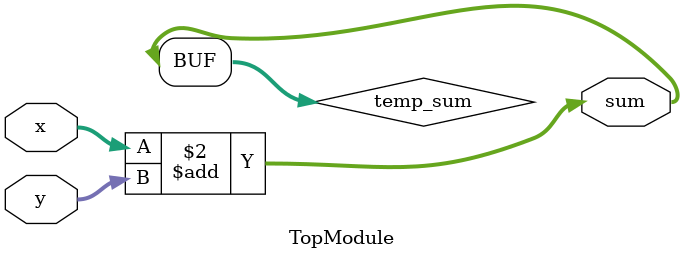
<source format=sv>
module TopModule (
    input logic [3:0] x,
    input logic [3:0] y,
    output logic [4:0] sum
);

    logic [4:0] temp_sum;

    always @(*) begin
        temp_sum = x + y; // Perform 4-bit addition
    end

    assign sum = temp_sum; // Assign the result to the output

endmodule
</source>
